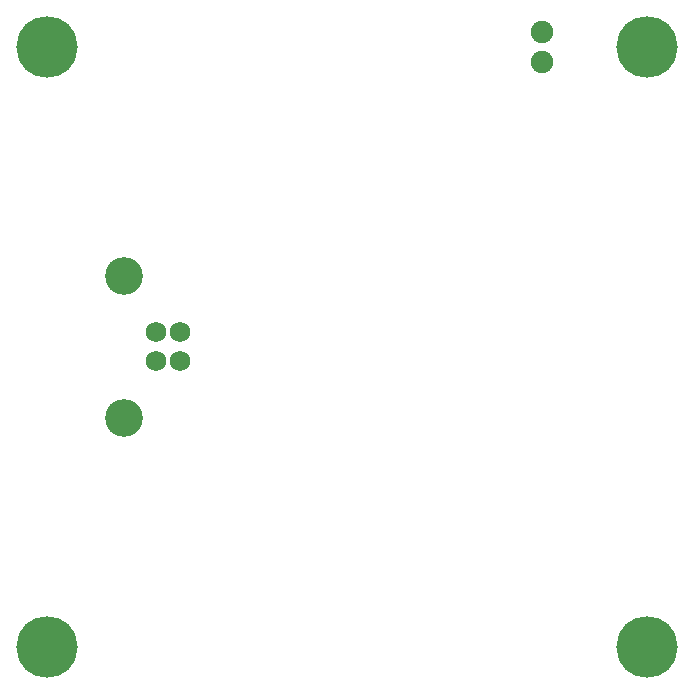
<source format=gbs>
G04 Layer: BottomSolderMaskLayer*
G04 EasyEDA v6.5.34, 2023-08-21 18:11:39*
G04 18117bc33d304e9eae86a0e3f177fe8b,5a6b42c53f6a479593ecc07194224c93,10*
G04 Gerber Generator version 0.2*
G04 Scale: 100 percent, Rotated: No, Reflected: No *
G04 Dimensions in millimeters *
G04 leading zeros omitted , absolute positions ,4 integer and 5 decimal *
%FSLAX45Y45*%
%MOMM*%

%ADD10C,3.2032*%
%ADD11C,1.7272*%
%ADD12C,5.2032*%
%ADD13C,1.9016*%

%LPD*%
D10*
G01*
X1034508Y3522997D03*
G01*
X1034508Y2318986D03*
D11*
G01*
X1305501Y2795998D03*
G01*
X1305501Y3045985D03*
G01*
X1505501Y3045985D03*
G01*
X1505501Y2795998D03*
D12*
G01*
X380992Y5460992D03*
G01*
X380992Y380992D03*
G01*
X5460992Y380992D03*
G01*
X5460992Y5460992D03*
D13*
G01*
X4571992Y5333992D03*
G01*
X4571992Y5587992D03*
M02*

</source>
